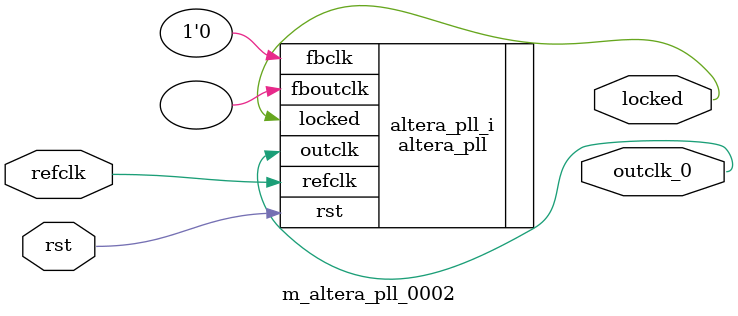
<source format=v>
`timescale 1ns/10ps
module  m_altera_pll_0002(

	// interface 'refclk'
	input wire refclk,

	// interface 'reset'
	input wire rst,

	// interface 'outclk0'
	output wire outclk_0,

	// interface 'locked'
	output wire locked
);

	altera_pll #(
		.fractional_vco_multiplier("true"),
		.reference_clock_frequency("50.0 MHz"),
		.operation_mode("direct"),
		.number_of_clocks(1),
		.output_clock_frequency0("21.442080 MHz"),
		.phase_shift0("0 ps"),
		.duty_cycle0(50),
		.output_clock_frequency1("0 MHz"),
		.phase_shift1("0 ps"),
		.duty_cycle1(50),
		.output_clock_frequency2("0 MHz"),
		.phase_shift2("0 ps"),
		.duty_cycle2(50),
		.output_clock_frequency3("0 MHz"),
		.phase_shift3("0 ps"),
		.duty_cycle3(50),
		.output_clock_frequency4("0 MHz"),
		.phase_shift4("0 ps"),
		.duty_cycle4(50),
		.output_clock_frequency5("0 MHz"),
		.phase_shift5("0 ps"),
		.duty_cycle5(50),
		.output_clock_frequency6("0 MHz"),
		.phase_shift6("0 ps"),
		.duty_cycle6(50),
		.output_clock_frequency7("0 MHz"),
		.phase_shift7("0 ps"),
		.duty_cycle7(50),
		.output_clock_frequency8("0 MHz"),
		.phase_shift8("0 ps"),
		.duty_cycle8(50),
		.output_clock_frequency9("0 MHz"),
		.phase_shift9("0 ps"),
		.duty_cycle9(50),
		.output_clock_frequency10("0 MHz"),
		.phase_shift10("0 ps"),
		.duty_cycle10(50),
		.output_clock_frequency11("0 MHz"),
		.phase_shift11("0 ps"),
		.duty_cycle11(50),
		.output_clock_frequency12("0 MHz"),
		.phase_shift12("0 ps"),
		.duty_cycle12(50),
		.output_clock_frequency13("0 MHz"),
		.phase_shift13("0 ps"),
		.duty_cycle13(50),
		.output_clock_frequency14("0 MHz"),
		.phase_shift14("0 ps"),
		.duty_cycle14(50),
		.output_clock_frequency15("0 MHz"),
		.phase_shift15("0 ps"),
		.duty_cycle15(50),
		.output_clock_frequency16("0 MHz"),
		.phase_shift16("0 ps"),
		.duty_cycle16(50),
		.output_clock_frequency17("0 MHz"),
		.phase_shift17("0 ps"),
		.duty_cycle17(50),
		.pll_type("General"),
		.pll_subtype("General")
	) altera_pll_i (
		.rst	(rst),
		.outclk	({outclk_0}),
		.locked	(locked),
		.fboutclk	( ),
		.fbclk	(1'b0),
		.refclk	(refclk)
	);
endmodule


</source>
